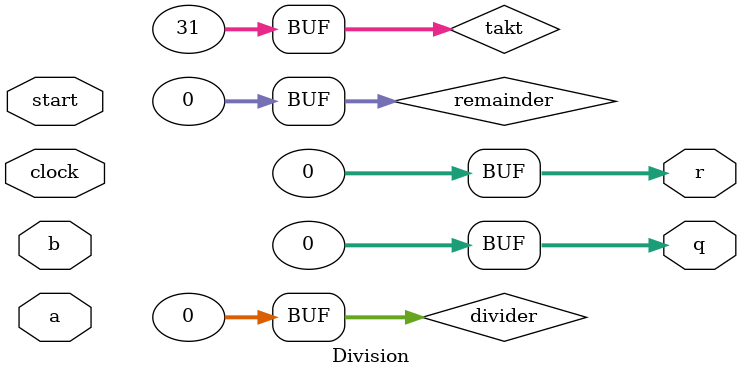
<source format=v>
module Division(
	input         clock,
	input         start,
	input  [31:0] a,
	input  [31:0] b,
	output [31:0] q,
	output [31:0] r
);

	reg [31:0] divider;
	reg [31:0] remainder;
	integer takt;	
	
	// TODO Implementierung
	
	always @(start)
	begin
		divider <= 0;
		remainder <= 0;
		takt <= 31;
	end
	
	always @(posedge clock)
	begin
		if (~start)
		begin
		
			if (takt >= 0)
			begin
			
				remainder = remainder << 1;
				remainder = remainder + a[takt];
				
				if (remainder < b)
				begin
					divider[takt] <= 0;
				end
				
				else
				begin
					divider[takt] = 1;
					remainder <= remainder - b;
				end
				
				takt = takt - 1;
				
			end
			
		end
	end
	
	assign q = divider;
	assign r = remainder;

endmodule


</source>
